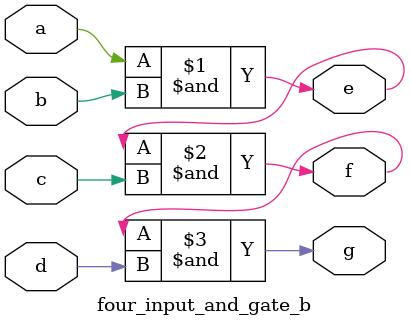
<source format=v>
`timescale 1ns / 1ps


module four_input_and_gate_b(a, b, c, d, e, f, g);
    input a, b, c, d;
    output e, f, g;
    
    assign e = a & b;
    assign f = e & c;
    assign g = f & d;
endmodule

</source>
